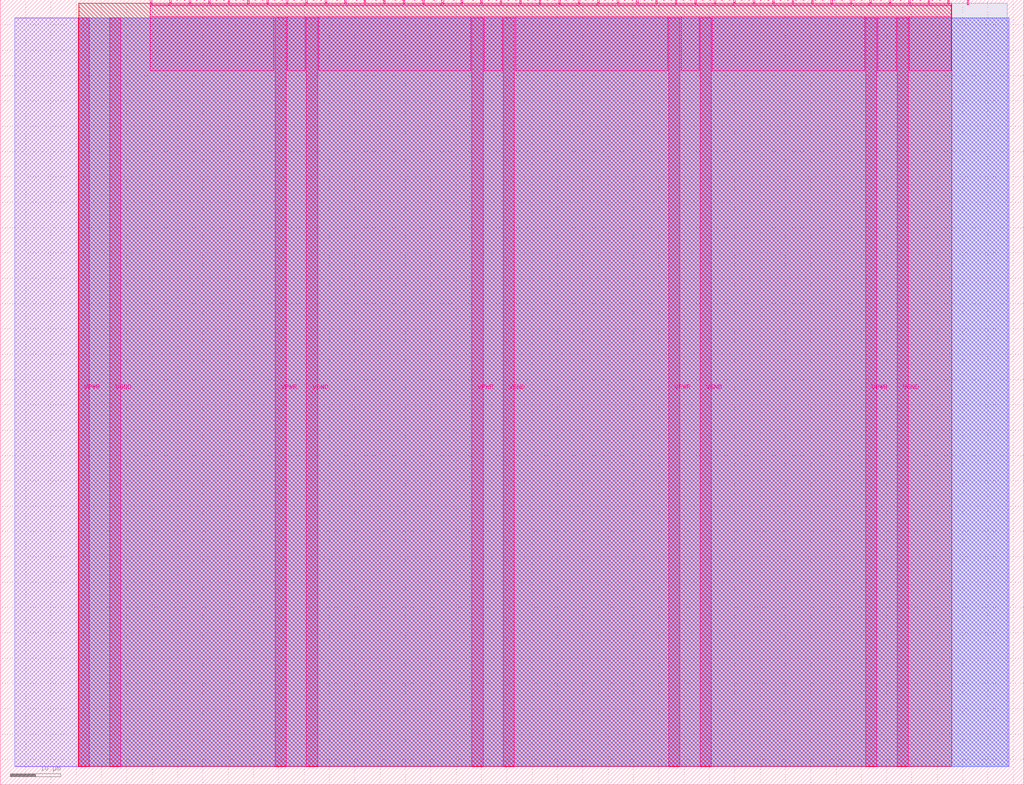
<source format=lef>
VERSION 5.7 ;
  NOWIREEXTENSIONATPIN ON ;
  DIVIDERCHAR "/" ;
  BUSBITCHARS "[]" ;
MACRO tt_um_reemashivva_fifo
  CLASS BLOCK ;
  FOREIGN tt_um_reemashivva_fifo ;
  ORIGIN 0.000 0.000 ;
  SIZE 202.080 BY 154.980 ;
  PIN VGND
    DIRECTION INOUT ;
    USE GROUND ;
    PORT
      LAYER Metal5 ;
        RECT 21.580 3.560 23.780 151.420 ;
    END
    PORT
      LAYER Metal5 ;
        RECT 60.450 3.560 62.650 151.420 ;
    END
    PORT
      LAYER Metal5 ;
        RECT 99.320 3.560 101.520 151.420 ;
    END
    PORT
      LAYER Metal5 ;
        RECT 138.190 3.560 140.390 151.420 ;
    END
    PORT
      LAYER Metal5 ;
        RECT 177.060 3.560 179.260 151.420 ;
    END
  END VGND
  PIN VPWR
    DIRECTION INOUT ;
    USE POWER ;
    PORT
      LAYER Metal5 ;
        RECT 15.380 3.560 17.580 151.420 ;
    END
    PORT
      LAYER Metal5 ;
        RECT 54.250 3.560 56.450 151.420 ;
    END
    PORT
      LAYER Metal5 ;
        RECT 93.120 3.560 95.320 151.420 ;
    END
    PORT
      LAYER Metal5 ;
        RECT 131.990 3.560 134.190 151.420 ;
    END
    PORT
      LAYER Metal5 ;
        RECT 170.860 3.560 173.060 151.420 ;
    END
  END VPWR
  PIN clk
    DIRECTION INPUT ;
    USE SIGNAL ;
    ANTENNAGATEAREA 0.213200 ;
    PORT
      LAYER Metal5 ;
        RECT 187.050 153.980 187.350 154.980 ;
    END
  END clk
  PIN ena
    DIRECTION INPUT ;
    USE SIGNAL ;
    PORT
      LAYER Metal5 ;
        RECT 190.890 153.980 191.190 154.980 ;
    END
  END ena
  PIN rst_n
    DIRECTION INPUT ;
    USE SIGNAL ;
    ANTENNAGATEAREA 0.213200 ;
    PORT
      LAYER Metal5 ;
        RECT 183.210 153.980 183.510 154.980 ;
    END
  END rst_n
  PIN ui_in[0]
    DIRECTION INPUT ;
    USE SIGNAL ;
    PORT
      LAYER Metal5 ;
        RECT 179.370 153.980 179.670 154.980 ;
    END
  END ui_in[0]
  PIN ui_in[1]
    DIRECTION INPUT ;
    USE SIGNAL ;
    PORT
      LAYER Metal5 ;
        RECT 175.530 153.980 175.830 154.980 ;
    END
  END ui_in[1]
  PIN ui_in[2]
    DIRECTION INPUT ;
    USE SIGNAL ;
    ANTENNAGATEAREA 0.180700 ;
    PORT
      LAYER Metal5 ;
        RECT 171.690 153.980 171.990 154.980 ;
    END
  END ui_in[2]
  PIN ui_in[3]
    DIRECTION INPUT ;
    USE SIGNAL ;
    ANTENNAGATEAREA 0.180700 ;
    PORT
      LAYER Metal5 ;
        RECT 167.850 153.980 168.150 154.980 ;
    END
  END ui_in[3]
  PIN ui_in[4]
    DIRECTION INPUT ;
    USE SIGNAL ;
    ANTENNAGATEAREA 0.314600 ;
    PORT
      LAYER Metal5 ;
        RECT 164.010 153.980 164.310 154.980 ;
    END
  END ui_in[4]
  PIN ui_in[5]
    DIRECTION INPUT ;
    USE SIGNAL ;
    ANTENNAGATEAREA 0.314600 ;
    PORT
      LAYER Metal5 ;
        RECT 160.170 153.980 160.470 154.980 ;
    END
  END ui_in[5]
  PIN ui_in[6]
    DIRECTION INPUT ;
    USE SIGNAL ;
    ANTENNAGATEAREA 0.314600 ;
    PORT
      LAYER Metal5 ;
        RECT 156.330 153.980 156.630 154.980 ;
    END
  END ui_in[6]
  PIN ui_in[7]
    DIRECTION INPUT ;
    USE SIGNAL ;
    ANTENNAGATEAREA 0.314600 ;
    PORT
      LAYER Metal5 ;
        RECT 152.490 153.980 152.790 154.980 ;
    END
  END ui_in[7]
  PIN uio_in[0]
    DIRECTION INPUT ;
    USE SIGNAL ;
    PORT
      LAYER Metal5 ;
        RECT 148.650 153.980 148.950 154.980 ;
    END
  END uio_in[0]
  PIN uio_in[1]
    DIRECTION INPUT ;
    USE SIGNAL ;
    PORT
      LAYER Metal5 ;
        RECT 144.810 153.980 145.110 154.980 ;
    END
  END uio_in[1]
  PIN uio_in[2]
    DIRECTION INPUT ;
    USE SIGNAL ;
    PORT
      LAYER Metal5 ;
        RECT 140.970 153.980 141.270 154.980 ;
    END
  END uio_in[2]
  PIN uio_in[3]
    DIRECTION INPUT ;
    USE SIGNAL ;
    PORT
      LAYER Metal5 ;
        RECT 137.130 153.980 137.430 154.980 ;
    END
  END uio_in[3]
  PIN uio_in[4]
    DIRECTION INPUT ;
    USE SIGNAL ;
    PORT
      LAYER Metal5 ;
        RECT 133.290 153.980 133.590 154.980 ;
    END
  END uio_in[4]
  PIN uio_in[5]
    DIRECTION INPUT ;
    USE SIGNAL ;
    PORT
      LAYER Metal5 ;
        RECT 129.450 153.980 129.750 154.980 ;
    END
  END uio_in[5]
  PIN uio_in[6]
    DIRECTION INPUT ;
    USE SIGNAL ;
    PORT
      LAYER Metal5 ;
        RECT 125.610 153.980 125.910 154.980 ;
    END
  END uio_in[6]
  PIN uio_in[7]
    DIRECTION INPUT ;
    USE SIGNAL ;
    PORT
      LAYER Metal5 ;
        RECT 121.770 153.980 122.070 154.980 ;
    END
  END uio_in[7]
  PIN uio_oe[0]
    DIRECTION OUTPUT ;
    USE SIGNAL ;
    ANTENNADIFFAREA 0.299200 ;
    PORT
      LAYER Metal5 ;
        RECT 56.490 153.980 56.790 154.980 ;
    END
  END uio_oe[0]
  PIN uio_oe[1]
    DIRECTION OUTPUT ;
    USE SIGNAL ;
    ANTENNADIFFAREA 0.299200 ;
    PORT
      LAYER Metal5 ;
        RECT 52.650 153.980 52.950 154.980 ;
    END
  END uio_oe[1]
  PIN uio_oe[2]
    DIRECTION OUTPUT ;
    USE SIGNAL ;
    ANTENNADIFFAREA 0.299200 ;
    PORT
      LAYER Metal5 ;
        RECT 48.810 153.980 49.110 154.980 ;
    END
  END uio_oe[2]
  PIN uio_oe[3]
    DIRECTION OUTPUT ;
    USE SIGNAL ;
    ANTENNADIFFAREA 0.299200 ;
    PORT
      LAYER Metal5 ;
        RECT 44.970 153.980 45.270 154.980 ;
    END
  END uio_oe[3]
  PIN uio_oe[4]
    DIRECTION OUTPUT ;
    USE SIGNAL ;
    ANTENNADIFFAREA 0.299200 ;
    PORT
      LAYER Metal5 ;
        RECT 41.130 153.980 41.430 154.980 ;
    END
  END uio_oe[4]
  PIN uio_oe[5]
    DIRECTION OUTPUT ;
    USE SIGNAL ;
    ANTENNADIFFAREA 0.299200 ;
    PORT
      LAYER Metal5 ;
        RECT 37.290 153.980 37.590 154.980 ;
    END
  END uio_oe[5]
  PIN uio_oe[6]
    DIRECTION OUTPUT ;
    USE SIGNAL ;
    ANTENNADIFFAREA 0.299200 ;
    PORT
      LAYER Metal5 ;
        RECT 33.450 153.980 33.750 154.980 ;
    END
  END uio_oe[6]
  PIN uio_oe[7]
    DIRECTION OUTPUT ;
    USE SIGNAL ;
    ANTENNADIFFAREA 0.299200 ;
    PORT
      LAYER Metal5 ;
        RECT 29.610 153.980 29.910 154.980 ;
    END
  END uio_oe[7]
  PIN uio_out[0]
    DIRECTION OUTPUT ;
    USE SIGNAL ;
    ANTENNADIFFAREA 0.299200 ;
    PORT
      LAYER Metal5 ;
        RECT 87.210 153.980 87.510 154.980 ;
    END
  END uio_out[0]
  PIN uio_out[1]
    DIRECTION OUTPUT ;
    USE SIGNAL ;
    ANTENNADIFFAREA 0.299200 ;
    PORT
      LAYER Metal5 ;
        RECT 83.370 153.980 83.670 154.980 ;
    END
  END uio_out[1]
  PIN uio_out[2]
    DIRECTION OUTPUT ;
    USE SIGNAL ;
    ANTENNADIFFAREA 0.299200 ;
    PORT
      LAYER Metal5 ;
        RECT 79.530 153.980 79.830 154.980 ;
    END
  END uio_out[2]
  PIN uio_out[3]
    DIRECTION OUTPUT ;
    USE SIGNAL ;
    ANTENNADIFFAREA 0.299200 ;
    PORT
      LAYER Metal5 ;
        RECT 75.690 153.980 75.990 154.980 ;
    END
  END uio_out[3]
  PIN uio_out[4]
    DIRECTION OUTPUT ;
    USE SIGNAL ;
    ANTENNADIFFAREA 0.299200 ;
    PORT
      LAYER Metal5 ;
        RECT 71.850 153.980 72.150 154.980 ;
    END
  END uio_out[4]
  PIN uio_out[5]
    DIRECTION OUTPUT ;
    USE SIGNAL ;
    ANTENNADIFFAREA 0.299200 ;
    PORT
      LAYER Metal5 ;
        RECT 68.010 153.980 68.310 154.980 ;
    END
  END uio_out[5]
  PIN uio_out[6]
    DIRECTION OUTPUT ;
    USE SIGNAL ;
    ANTENNADIFFAREA 0.299200 ;
    PORT
      LAYER Metal5 ;
        RECT 64.170 153.980 64.470 154.980 ;
    END
  END uio_out[6]
  PIN uio_out[7]
    DIRECTION OUTPUT ;
    USE SIGNAL ;
    ANTENNADIFFAREA 0.299200 ;
    PORT
      LAYER Metal5 ;
        RECT 60.330 153.980 60.630 154.980 ;
    END
  END uio_out[7]
  PIN uo_out[0]
    DIRECTION OUTPUT ;
    USE SIGNAL ;
    ANTENNADIFFAREA 0.654800 ;
    PORT
      LAYER Metal5 ;
        RECT 117.930 153.980 118.230 154.980 ;
    END
  END uo_out[0]
  PIN uo_out[1]
    DIRECTION OUTPUT ;
    USE SIGNAL ;
    ANTENNADIFFAREA 0.654800 ;
    PORT
      LAYER Metal5 ;
        RECT 114.090 153.980 114.390 154.980 ;
    END
  END uo_out[1]
  PIN uo_out[2]
    DIRECTION OUTPUT ;
    USE SIGNAL ;
    ANTENNADIFFAREA 0.632400 ;
    PORT
      LAYER Metal5 ;
        RECT 110.250 153.980 110.550 154.980 ;
    END
  END uo_out[2]
  PIN uo_out[3]
    DIRECTION OUTPUT ;
    USE SIGNAL ;
    ANTENNADIFFAREA 0.632400 ;
    PORT
      LAYER Metal5 ;
        RECT 106.410 153.980 106.710 154.980 ;
    END
  END uo_out[3]
  PIN uo_out[4]
    DIRECTION OUTPUT ;
    USE SIGNAL ;
    ANTENNADIFFAREA 0.632400 ;
    PORT
      LAYER Metal5 ;
        RECT 102.570 153.980 102.870 154.980 ;
    END
  END uo_out[4]
  PIN uo_out[5]
    DIRECTION OUTPUT ;
    USE SIGNAL ;
    ANTENNADIFFAREA 0.632400 ;
    PORT
      LAYER Metal5 ;
        RECT 98.730 153.980 99.030 154.980 ;
    END
  END uo_out[5]
  PIN uo_out[6]
    DIRECTION OUTPUT ;
    USE SIGNAL ;
    ANTENNADIFFAREA 0.299200 ;
    PORT
      LAYER Metal5 ;
        RECT 94.890 153.980 95.190 154.980 ;
    END
  END uo_out[6]
  PIN uo_out[7]
    DIRECTION OUTPUT ;
    USE SIGNAL ;
    ANTENNADIFFAREA 0.299200 ;
    PORT
      LAYER Metal5 ;
        RECT 91.050 153.980 91.350 154.980 ;
    END
  END uo_out[7]
  OBS
      LAYER GatPoly ;
        RECT 2.880 3.630 199.200 151.350 ;
      LAYER Metal1 ;
        RECT 2.880 3.560 199.200 151.420 ;
      LAYER Metal2 ;
        RECT 15.515 3.680 198.995 151.300 ;
      LAYER Metal3 ;
        RECT 15.560 3.635 198.820 154.285 ;
      LAYER Metal4 ;
        RECT 15.515 3.680 187.825 154.240 ;
      LAYER Metal5 ;
        RECT 30.120 153.770 33.240 153.980 ;
        RECT 33.960 153.770 37.080 153.980 ;
        RECT 37.800 153.770 40.920 153.980 ;
        RECT 41.640 153.770 44.760 153.980 ;
        RECT 45.480 153.770 48.600 153.980 ;
        RECT 49.320 153.770 52.440 153.980 ;
        RECT 53.160 153.770 56.280 153.980 ;
        RECT 57.000 153.770 60.120 153.980 ;
        RECT 60.840 153.770 63.960 153.980 ;
        RECT 64.680 153.770 67.800 153.980 ;
        RECT 68.520 153.770 71.640 153.980 ;
        RECT 72.360 153.770 75.480 153.980 ;
        RECT 76.200 153.770 79.320 153.980 ;
        RECT 80.040 153.770 83.160 153.980 ;
        RECT 83.880 153.770 87.000 153.980 ;
        RECT 87.720 153.770 90.840 153.980 ;
        RECT 91.560 153.770 94.680 153.980 ;
        RECT 95.400 153.770 98.520 153.980 ;
        RECT 99.240 153.770 102.360 153.980 ;
        RECT 103.080 153.770 106.200 153.980 ;
        RECT 106.920 153.770 110.040 153.980 ;
        RECT 110.760 153.770 113.880 153.980 ;
        RECT 114.600 153.770 117.720 153.980 ;
        RECT 118.440 153.770 121.560 153.980 ;
        RECT 122.280 153.770 125.400 153.980 ;
        RECT 126.120 153.770 129.240 153.980 ;
        RECT 129.960 153.770 133.080 153.980 ;
        RECT 133.800 153.770 136.920 153.980 ;
        RECT 137.640 153.770 140.760 153.980 ;
        RECT 141.480 153.770 144.600 153.980 ;
        RECT 145.320 153.770 148.440 153.980 ;
        RECT 149.160 153.770 152.280 153.980 ;
        RECT 153.000 153.770 156.120 153.980 ;
        RECT 156.840 153.770 159.960 153.980 ;
        RECT 160.680 153.770 163.800 153.980 ;
        RECT 164.520 153.770 167.640 153.980 ;
        RECT 168.360 153.770 171.480 153.980 ;
        RECT 172.200 153.770 175.320 153.980 ;
        RECT 176.040 153.770 179.160 153.980 ;
        RECT 179.880 153.770 183.000 153.980 ;
        RECT 183.720 153.770 186.840 153.980 ;
        RECT 187.560 153.770 187.780 153.980 ;
        RECT 29.660 151.630 187.780 153.770 ;
        RECT 29.660 140.975 54.040 151.630 ;
        RECT 56.660 140.975 60.240 151.630 ;
        RECT 62.860 140.975 92.910 151.630 ;
        RECT 95.530 140.975 99.110 151.630 ;
        RECT 101.730 140.975 131.780 151.630 ;
        RECT 134.400 140.975 137.980 151.630 ;
        RECT 140.600 140.975 170.650 151.630 ;
        RECT 173.270 140.975 176.850 151.630 ;
        RECT 179.470 140.975 187.780 151.630 ;
  END
END tt_um_reemashivva_fifo
END LIBRARY


</source>
